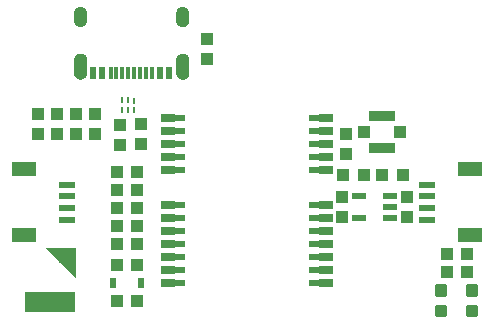
<source format=gtp>
G75*
%MOIN*%
%OFA0B0*%
%FSLAX25Y25*%
%IPPOS*%
%LPD*%
%AMOC8*
5,1,8,0,0,1.08239X$1,22.5*
%
%ADD10R,0.07874X0.04724*%
%ADD11R,0.05315X0.02362*%
%ADD12R,0.04331X0.03937*%
%ADD13C,0.00197*%
%ADD14R,0.16535X0.06693*%
%ADD15R,0.03937X0.04331*%
%ADD16C,0.01181*%
%ADD17R,0.02480X0.03268*%
%ADD18R,0.08661X0.03346*%
%ADD19R,0.04134X0.03937*%
%ADD20R,0.04724X0.02165*%
%ADD21R,0.00984X0.02402*%
%ADD22R,0.00984X0.02205*%
%ADD23R,0.01181X0.03937*%
%ADD24R,0.02362X0.03937*%
%ADD25C,0.00039*%
%ADD26R,0.04724X0.03150*%
%ADD27R,0.03543X0.02362*%
D10*
X0158865Y0127876D03*
X0158865Y0149924D03*
X0307802Y0149924D03*
X0307802Y0127876D03*
D11*
X0293333Y0132994D03*
X0293333Y0136931D03*
X0293333Y0140869D03*
X0293333Y0144806D03*
X0173333Y0144806D03*
X0173333Y0140869D03*
X0173333Y0136931D03*
X0173333Y0132994D03*
D12*
X0189987Y0130900D03*
X0196680Y0130900D03*
X0196680Y0125100D03*
X0189987Y0125100D03*
X0189987Y0117900D03*
X0196680Y0117900D03*
X0196680Y0106100D03*
X0189987Y0106100D03*
X0189987Y0136900D03*
X0196680Y0136900D03*
X0196680Y0142900D03*
X0189987Y0142900D03*
X0189987Y0148900D03*
X0196680Y0148900D03*
X0265487Y0147900D03*
X0272180Y0147900D03*
X0278487Y0147900D03*
X0285180Y0147900D03*
X0299987Y0121600D03*
X0299987Y0115600D03*
X0306680Y0115600D03*
X0306680Y0121600D03*
D13*
X0175885Y0121691D02*
X0168295Y0121691D01*
X0168491Y0121496D02*
X0175885Y0121496D01*
X0175885Y0121301D02*
X0168686Y0121301D01*
X0168882Y0121105D02*
X0175885Y0121105D01*
X0175885Y0120910D02*
X0169077Y0120910D01*
X0169272Y0120715D02*
X0175885Y0120715D01*
X0175885Y0120519D02*
X0169468Y0120519D01*
X0169663Y0120324D02*
X0175885Y0120324D01*
X0175885Y0120129D02*
X0169858Y0120129D01*
X0170054Y0119933D02*
X0175885Y0119933D01*
X0175885Y0119738D02*
X0170249Y0119738D01*
X0170444Y0119542D02*
X0175885Y0119542D01*
X0175885Y0119347D02*
X0170640Y0119347D01*
X0170835Y0119152D02*
X0175885Y0119152D01*
X0175885Y0118956D02*
X0171030Y0118956D01*
X0171226Y0118761D02*
X0175885Y0118761D01*
X0175885Y0118566D02*
X0171421Y0118566D01*
X0171617Y0118370D02*
X0175885Y0118370D01*
X0175885Y0118175D02*
X0171812Y0118175D01*
X0172007Y0117980D02*
X0175885Y0117980D01*
X0175885Y0117784D02*
X0172203Y0117784D01*
X0172398Y0117589D02*
X0175885Y0117589D01*
X0175885Y0117393D02*
X0172593Y0117393D01*
X0172789Y0117198D02*
X0175885Y0117198D01*
X0175885Y0117003D02*
X0172984Y0117003D01*
X0173179Y0116807D02*
X0175885Y0116807D01*
X0175885Y0116612D02*
X0173375Y0116612D01*
X0173570Y0116417D02*
X0175885Y0116417D01*
X0175885Y0116221D02*
X0173766Y0116221D01*
X0173961Y0116026D02*
X0175885Y0116026D01*
X0175885Y0115831D02*
X0174156Y0115831D01*
X0174352Y0115635D02*
X0175885Y0115635D01*
X0175885Y0115440D02*
X0174547Y0115440D01*
X0174742Y0115245D02*
X0175885Y0115245D01*
X0175885Y0115049D02*
X0174938Y0115049D01*
X0175133Y0114854D02*
X0175885Y0114854D01*
X0175885Y0114658D02*
X0175328Y0114658D01*
X0175524Y0114463D02*
X0175885Y0114463D01*
X0175885Y0114268D02*
X0175719Y0114268D01*
X0175885Y0114102D02*
X0166436Y0123551D01*
X0175885Y0123551D01*
X0175885Y0114102D01*
X0175885Y0121887D02*
X0168100Y0121887D01*
X0167905Y0122082D02*
X0175885Y0122082D01*
X0175885Y0122278D02*
X0167709Y0122278D01*
X0167514Y0122473D02*
X0175885Y0122473D01*
X0175885Y0122668D02*
X0167319Y0122668D01*
X0167123Y0122864D02*
X0175885Y0122864D01*
X0175885Y0123059D02*
X0166928Y0123059D01*
X0166733Y0123254D02*
X0175885Y0123254D01*
X0175885Y0123450D02*
X0166537Y0123450D01*
D14*
X0167696Y0105717D03*
D15*
X0190933Y0158054D03*
X0198133Y0158254D03*
X0198133Y0164946D03*
X0190933Y0164746D03*
X0182633Y0161554D03*
X0176333Y0161554D03*
X0169933Y0161554D03*
X0163533Y0161554D03*
X0163533Y0168246D03*
X0169933Y0168246D03*
X0176333Y0168246D03*
X0182633Y0168246D03*
X0220133Y0186654D03*
X0220133Y0193346D03*
X0266333Y0161746D03*
X0266333Y0155054D03*
X0265033Y0140646D03*
X0265033Y0133954D03*
X0286833Y0134054D03*
X0286833Y0140746D03*
D16*
X0296555Y0110831D02*
X0299311Y0110831D01*
X0299311Y0108075D01*
X0296555Y0108075D01*
X0296555Y0110831D01*
X0296555Y0109197D02*
X0299311Y0109197D01*
X0299311Y0110319D02*
X0296555Y0110319D01*
X0296555Y0103925D02*
X0299311Y0103925D01*
X0299311Y0101169D01*
X0296555Y0101169D01*
X0296555Y0103925D01*
X0296555Y0102291D02*
X0299311Y0102291D01*
X0299311Y0103413D02*
X0296555Y0103413D01*
X0307055Y0103925D02*
X0309811Y0103925D01*
X0309811Y0101169D01*
X0307055Y0101169D01*
X0307055Y0103925D01*
X0307055Y0102291D02*
X0309811Y0102291D01*
X0309811Y0103413D02*
X0307055Y0103413D01*
X0307055Y0110831D02*
X0309811Y0110831D01*
X0309811Y0108075D01*
X0307055Y0108075D01*
X0307055Y0110831D01*
X0307055Y0109197D02*
X0309811Y0109197D01*
X0309811Y0110319D02*
X0307055Y0110319D01*
D17*
X0197861Y0111900D03*
X0188806Y0111900D03*
D18*
X0278333Y0156987D03*
X0278333Y0167813D03*
D19*
X0272329Y0162400D03*
X0284337Y0162400D03*
D20*
X0280952Y0141140D03*
X0280952Y0137400D03*
X0280952Y0133660D03*
X0270715Y0133660D03*
X0270715Y0141140D03*
D21*
X0195702Y0172794D03*
D22*
X0193733Y0172893D03*
X0191765Y0172893D03*
X0191765Y0169507D03*
X0193733Y0169507D03*
X0195702Y0169507D03*
D23*
X0195718Y0182039D03*
X0197686Y0182039D03*
X0199655Y0182039D03*
X0201623Y0182039D03*
X0193749Y0182039D03*
X0191781Y0182039D03*
X0189812Y0182039D03*
X0187844Y0182039D03*
D24*
X0185088Y0182039D03*
X0182036Y0182039D03*
X0204379Y0182039D03*
X0207430Y0182039D03*
D25*
X0209773Y0182053D02*
X0213710Y0182053D01*
X0213710Y0182091D02*
X0209773Y0182091D01*
X0209773Y0182129D02*
X0213710Y0182129D01*
X0213710Y0182166D02*
X0209773Y0182166D01*
X0209773Y0182204D02*
X0213710Y0182204D01*
X0213710Y0182242D02*
X0209773Y0182242D01*
X0209773Y0182280D02*
X0213710Y0182280D01*
X0213710Y0182318D02*
X0209773Y0182318D01*
X0209773Y0182356D02*
X0213710Y0182356D01*
X0213710Y0182394D02*
X0209773Y0182394D01*
X0209773Y0182432D02*
X0213710Y0182432D01*
X0213710Y0182470D02*
X0209773Y0182470D01*
X0209773Y0182507D02*
X0213710Y0182507D01*
X0213710Y0182545D02*
X0209773Y0182545D01*
X0209773Y0182583D02*
X0213710Y0182583D01*
X0213710Y0182621D02*
X0209773Y0182621D01*
X0209773Y0182659D02*
X0213710Y0182659D01*
X0213710Y0182697D02*
X0209773Y0182697D01*
X0209773Y0182735D02*
X0213710Y0182735D01*
X0213710Y0182773D02*
X0209773Y0182773D01*
X0209773Y0182810D02*
X0213710Y0182810D01*
X0213710Y0182848D02*
X0209773Y0182848D01*
X0209773Y0182886D02*
X0213710Y0182886D01*
X0213710Y0182924D02*
X0209773Y0182924D01*
X0209773Y0182962D02*
X0213710Y0182962D01*
X0213710Y0183000D02*
X0209773Y0183000D01*
X0209773Y0183038D02*
X0213710Y0183038D01*
X0213710Y0183076D02*
X0209773Y0183076D01*
X0209773Y0183114D02*
X0213710Y0183114D01*
X0213710Y0183151D02*
X0209773Y0183151D01*
X0209773Y0183189D02*
X0213710Y0183189D01*
X0213710Y0183227D02*
X0209773Y0183227D01*
X0209773Y0183265D02*
X0213710Y0183265D01*
X0213710Y0183303D02*
X0209773Y0183303D01*
X0209773Y0183341D02*
X0213710Y0183341D01*
X0213710Y0183379D02*
X0209773Y0183379D01*
X0209773Y0183417D02*
X0213710Y0183417D01*
X0213710Y0183454D02*
X0209773Y0183454D01*
X0209773Y0183492D02*
X0213710Y0183492D01*
X0213710Y0183530D02*
X0209773Y0183530D01*
X0209773Y0183568D02*
X0213710Y0183568D01*
X0213710Y0183606D02*
X0209773Y0183606D01*
X0209773Y0183644D02*
X0213710Y0183644D01*
X0213710Y0183682D02*
X0209773Y0183682D01*
X0209773Y0183720D02*
X0213710Y0183720D01*
X0213710Y0183757D02*
X0209773Y0183757D01*
X0209773Y0183795D02*
X0213710Y0183795D01*
X0213710Y0183833D02*
X0209773Y0183833D01*
X0209773Y0183871D02*
X0213710Y0183871D01*
X0213710Y0183909D02*
X0209773Y0183909D01*
X0209773Y0183947D02*
X0213710Y0183947D01*
X0213710Y0183985D02*
X0209773Y0183985D01*
X0209773Y0184023D02*
X0213710Y0184023D01*
X0213710Y0184061D02*
X0209773Y0184061D01*
X0209773Y0184098D02*
X0213710Y0184098D01*
X0213710Y0184136D02*
X0209773Y0184136D01*
X0209773Y0184174D02*
X0213710Y0184174D01*
X0213710Y0184212D02*
X0209773Y0184212D01*
X0209773Y0184250D02*
X0213710Y0184250D01*
X0213710Y0184288D02*
X0209773Y0184288D01*
X0209773Y0184326D02*
X0213710Y0184326D01*
X0213710Y0184364D02*
X0209773Y0184364D01*
X0209773Y0184401D02*
X0213710Y0184401D01*
X0213710Y0184439D02*
X0209773Y0184439D01*
X0209773Y0184477D02*
X0213710Y0184477D01*
X0213710Y0184515D02*
X0209773Y0184515D01*
X0209773Y0184553D02*
X0213710Y0184553D01*
X0213710Y0184591D02*
X0209773Y0184591D01*
X0209773Y0184629D02*
X0213710Y0184629D01*
X0213710Y0184667D02*
X0209773Y0184667D01*
X0209773Y0184705D02*
X0213710Y0184705D01*
X0213710Y0184742D02*
X0209773Y0184742D01*
X0209773Y0184780D02*
X0213710Y0184780D01*
X0213710Y0184818D02*
X0209773Y0184818D01*
X0209773Y0184856D02*
X0213710Y0184856D01*
X0213710Y0184894D02*
X0209773Y0184894D01*
X0209773Y0184932D02*
X0213710Y0184932D01*
X0213710Y0184970D02*
X0209773Y0184970D01*
X0209773Y0185008D02*
X0213710Y0185008D01*
X0213710Y0185045D02*
X0209773Y0185045D01*
X0209773Y0185083D02*
X0213710Y0185083D01*
X0213710Y0185121D02*
X0209773Y0185121D01*
X0209773Y0185159D02*
X0213710Y0185159D01*
X0213710Y0185197D02*
X0209773Y0185197D01*
X0209773Y0185235D02*
X0213710Y0185235D01*
X0213710Y0185273D02*
X0209773Y0185273D01*
X0209773Y0185311D02*
X0213710Y0185311D01*
X0213710Y0185349D02*
X0209773Y0185349D01*
X0209773Y0185386D02*
X0213710Y0185386D01*
X0213710Y0185424D02*
X0209773Y0185424D01*
X0209773Y0185462D02*
X0213710Y0185462D01*
X0213710Y0185500D02*
X0209773Y0185500D01*
X0209773Y0185538D02*
X0213710Y0185538D01*
X0213710Y0185576D02*
X0209773Y0185576D01*
X0209773Y0185614D02*
X0213710Y0185614D01*
X0213710Y0185652D02*
X0209773Y0185652D01*
X0209773Y0185689D02*
X0213710Y0185689D01*
X0213710Y0185727D02*
X0209773Y0185727D01*
X0209773Y0185765D02*
X0213710Y0185765D01*
X0213710Y0185803D02*
X0209773Y0185803D01*
X0209773Y0185841D02*
X0213710Y0185841D01*
X0213710Y0185879D02*
X0209773Y0185879D01*
X0209773Y0185917D02*
X0213710Y0185917D01*
X0213710Y0185955D02*
X0209773Y0185955D01*
X0209773Y0185992D02*
X0213710Y0185992D01*
X0213710Y0186030D02*
X0209773Y0186030D01*
X0209773Y0186068D02*
X0213710Y0186068D01*
X0213710Y0186106D02*
X0209773Y0186106D01*
X0209773Y0186144D02*
X0213710Y0186144D01*
X0213710Y0186182D02*
X0209773Y0186182D01*
X0209773Y0186220D02*
X0213710Y0186220D01*
X0213710Y0186258D02*
X0209773Y0186258D01*
X0209773Y0186296D02*
X0213710Y0186296D01*
X0213710Y0186333D02*
X0209773Y0186333D01*
X0209773Y0186371D02*
X0213710Y0186371D01*
X0213710Y0186409D02*
X0209773Y0186409D01*
X0209773Y0186447D02*
X0213710Y0186447D01*
X0213710Y0186485D02*
X0209773Y0186485D01*
X0209773Y0186523D02*
X0213710Y0186523D01*
X0213710Y0186561D02*
X0209773Y0186561D01*
X0209773Y0186599D02*
X0213710Y0186599D01*
X0213710Y0186636D02*
X0209773Y0186636D01*
X0209773Y0186674D02*
X0213710Y0186674D01*
X0213710Y0186684D02*
X0213648Y0187077D01*
X0213500Y0187445D01*
X0213274Y0187772D01*
X0212981Y0188040D01*
X0212636Y0188236D01*
X0212256Y0188350D01*
X0211859Y0188377D01*
X0211434Y0188374D01*
X0211020Y0188275D01*
X0210638Y0188088D01*
X0210308Y0187820D01*
X0210045Y0187485D01*
X0209864Y0187100D01*
X0209773Y0186684D01*
X0209773Y0181960D01*
X0209848Y0181525D01*
X0210019Y0181117D01*
X0210276Y0180758D01*
X0210606Y0180465D01*
X0210994Y0180253D01*
X0211418Y0180133D01*
X0211859Y0180109D01*
X0212271Y0180156D01*
X0212662Y0180293D01*
X0213013Y0180513D01*
X0213306Y0180806D01*
X0213526Y0181157D01*
X0213663Y0181548D01*
X0213710Y0181960D01*
X0213710Y0186684D01*
X0213705Y0186712D02*
X0209779Y0186712D01*
X0209787Y0186750D02*
X0213699Y0186750D01*
X0213693Y0186788D02*
X0209795Y0186788D01*
X0209804Y0186826D02*
X0213687Y0186826D01*
X0213681Y0186864D02*
X0209812Y0186864D01*
X0209820Y0186902D02*
X0213675Y0186902D01*
X0213669Y0186940D02*
X0209829Y0186940D01*
X0209837Y0186977D02*
X0213663Y0186977D01*
X0213657Y0187015D02*
X0209845Y0187015D01*
X0209854Y0187053D02*
X0213651Y0187053D01*
X0213642Y0187091D02*
X0209862Y0187091D01*
X0209878Y0187129D02*
X0213627Y0187129D01*
X0213612Y0187167D02*
X0209895Y0187167D01*
X0209913Y0187205D02*
X0213596Y0187205D01*
X0213581Y0187243D02*
X0209931Y0187243D01*
X0209949Y0187280D02*
X0213566Y0187280D01*
X0213551Y0187318D02*
X0209967Y0187318D01*
X0209985Y0187356D02*
X0213536Y0187356D01*
X0213521Y0187394D02*
X0210003Y0187394D01*
X0210020Y0187432D02*
X0213505Y0187432D01*
X0213483Y0187470D02*
X0210038Y0187470D01*
X0210063Y0187508D02*
X0213457Y0187508D01*
X0213431Y0187546D02*
X0210093Y0187546D01*
X0210123Y0187584D02*
X0213404Y0187584D01*
X0213378Y0187621D02*
X0210152Y0187621D01*
X0210182Y0187659D02*
X0213352Y0187659D01*
X0213326Y0187697D02*
X0210212Y0187697D01*
X0210241Y0187735D02*
X0213299Y0187735D01*
X0213273Y0187773D02*
X0210271Y0187773D01*
X0210301Y0187811D02*
X0213231Y0187811D01*
X0213190Y0187849D02*
X0210344Y0187849D01*
X0210390Y0187887D02*
X0213149Y0187887D01*
X0213107Y0187924D02*
X0210437Y0187924D01*
X0210484Y0187962D02*
X0213066Y0187962D01*
X0213024Y0188000D02*
X0210530Y0188000D01*
X0210577Y0188038D02*
X0212983Y0188038D01*
X0212917Y0188076D02*
X0210624Y0188076D01*
X0210691Y0188114D02*
X0212851Y0188114D01*
X0212784Y0188152D02*
X0210768Y0188152D01*
X0210845Y0188190D02*
X0212717Y0188190D01*
X0212651Y0188227D02*
X0210922Y0188227D01*
X0210999Y0188265D02*
X0212538Y0188265D01*
X0212412Y0188303D02*
X0211137Y0188303D01*
X0211297Y0188341D02*
X0212286Y0188341D01*
X0213710Y0182015D02*
X0209773Y0182015D01*
X0209773Y0181977D02*
X0213710Y0181977D01*
X0213707Y0181939D02*
X0209776Y0181939D01*
X0209783Y0181901D02*
X0213703Y0181901D01*
X0213699Y0181863D02*
X0209789Y0181863D01*
X0209796Y0181826D02*
X0213695Y0181826D01*
X0213690Y0181788D02*
X0209803Y0181788D01*
X0209809Y0181750D02*
X0213686Y0181750D01*
X0213682Y0181712D02*
X0209816Y0181712D01*
X0209822Y0181674D02*
X0213678Y0181674D01*
X0213673Y0181636D02*
X0209829Y0181636D01*
X0209836Y0181598D02*
X0213669Y0181598D01*
X0213665Y0181560D02*
X0209842Y0181560D01*
X0209849Y0181522D02*
X0213654Y0181522D01*
X0213641Y0181485D02*
X0209865Y0181485D01*
X0209881Y0181447D02*
X0213628Y0181447D01*
X0213615Y0181409D02*
X0209897Y0181409D01*
X0209913Y0181371D02*
X0213601Y0181371D01*
X0213588Y0181333D02*
X0209929Y0181333D01*
X0209944Y0181295D02*
X0213575Y0181295D01*
X0213562Y0181257D02*
X0209960Y0181257D01*
X0209976Y0181219D02*
X0213548Y0181219D01*
X0213535Y0181182D02*
X0209992Y0181182D01*
X0210008Y0181144D02*
X0213518Y0181144D01*
X0213494Y0181106D02*
X0210027Y0181106D01*
X0210054Y0181068D02*
X0213470Y0181068D01*
X0213447Y0181030D02*
X0210081Y0181030D01*
X0210109Y0180992D02*
X0213423Y0180992D01*
X0213399Y0180954D02*
X0210136Y0180954D01*
X0210163Y0180916D02*
X0213375Y0180916D01*
X0213351Y0180879D02*
X0210190Y0180879D01*
X0210217Y0180841D02*
X0213328Y0180841D01*
X0213303Y0180803D02*
X0210244Y0180803D01*
X0210271Y0180765D02*
X0213265Y0180765D01*
X0213227Y0180727D02*
X0210311Y0180727D01*
X0210354Y0180689D02*
X0213189Y0180689D01*
X0213151Y0180651D02*
X0210397Y0180651D01*
X0210439Y0180613D02*
X0213113Y0180613D01*
X0213075Y0180575D02*
X0210482Y0180575D01*
X0210525Y0180538D02*
X0213037Y0180538D01*
X0212992Y0180500D02*
X0210567Y0180500D01*
X0210613Y0180462D02*
X0212931Y0180462D01*
X0212871Y0180424D02*
X0210682Y0180424D01*
X0210751Y0180386D02*
X0212811Y0180386D01*
X0212750Y0180348D02*
X0210820Y0180348D01*
X0210889Y0180310D02*
X0212690Y0180310D01*
X0212604Y0180272D02*
X0210958Y0180272D01*
X0211059Y0180235D02*
X0212496Y0180235D01*
X0212388Y0180197D02*
X0211193Y0180197D01*
X0211326Y0180159D02*
X0212279Y0180159D01*
X0211961Y0180121D02*
X0211641Y0180121D01*
X0211662Y0197629D02*
X0211234Y0197686D01*
X0210829Y0197837D01*
X0210468Y0198075D01*
X0210169Y0198386D01*
X0209947Y0198757D01*
X0209812Y0199167D01*
X0209773Y0199598D01*
X0209773Y0201960D01*
X0209812Y0202390D01*
X0209947Y0202801D01*
X0210169Y0203171D01*
X0210468Y0203483D01*
X0210829Y0203720D01*
X0211234Y0203871D01*
X0211662Y0203928D01*
X0212110Y0203887D01*
X0212538Y0203747D01*
X0212923Y0203515D01*
X0213247Y0203203D01*
X0213494Y0202827D01*
X0213651Y0202406D01*
X0213710Y0201960D01*
X0213710Y0199598D01*
X0213651Y0199152D01*
X0213494Y0198730D01*
X0213247Y0198354D01*
X0212923Y0198043D01*
X0212538Y0197811D01*
X0212110Y0197671D01*
X0211662Y0197629D01*
X0211431Y0197660D02*
X0211994Y0197660D01*
X0212193Y0197698D02*
X0211203Y0197698D01*
X0211102Y0197736D02*
X0212308Y0197736D01*
X0212424Y0197774D02*
X0211000Y0197774D01*
X0210898Y0197811D02*
X0212539Y0197811D01*
X0212602Y0197849D02*
X0210811Y0197849D01*
X0210753Y0197887D02*
X0212665Y0197887D01*
X0212728Y0197925D02*
X0210696Y0197925D01*
X0210638Y0197963D02*
X0212791Y0197963D01*
X0212854Y0198001D02*
X0210580Y0198001D01*
X0210523Y0198039D02*
X0212917Y0198039D01*
X0212958Y0198077D02*
X0210466Y0198077D01*
X0210430Y0198115D02*
X0212998Y0198115D01*
X0213037Y0198152D02*
X0210394Y0198152D01*
X0210357Y0198190D02*
X0213077Y0198190D01*
X0213116Y0198228D02*
X0210321Y0198228D01*
X0210284Y0198266D02*
X0213155Y0198266D01*
X0213195Y0198304D02*
X0210248Y0198304D01*
X0210212Y0198342D02*
X0213234Y0198342D01*
X0213264Y0198380D02*
X0210175Y0198380D01*
X0210150Y0198418D02*
X0213289Y0198418D01*
X0213313Y0198455D02*
X0210127Y0198455D01*
X0210105Y0198493D02*
X0213338Y0198493D01*
X0213363Y0198531D02*
X0210082Y0198531D01*
X0210059Y0198569D02*
X0213388Y0198569D01*
X0213413Y0198607D02*
X0210037Y0198607D01*
X0210014Y0198645D02*
X0213438Y0198645D01*
X0213463Y0198683D02*
X0209991Y0198683D01*
X0209968Y0198721D02*
X0213487Y0198721D01*
X0213504Y0198759D02*
X0209946Y0198759D01*
X0209934Y0198796D02*
X0213518Y0198796D01*
X0213532Y0198834D02*
X0209921Y0198834D01*
X0209909Y0198872D02*
X0213547Y0198872D01*
X0213561Y0198910D02*
X0209897Y0198910D01*
X0209884Y0198948D02*
X0213575Y0198948D01*
X0213589Y0198986D02*
X0209872Y0198986D01*
X0209859Y0199024D02*
X0213603Y0199024D01*
X0213617Y0199062D02*
X0209847Y0199062D01*
X0209835Y0199099D02*
X0213631Y0199099D01*
X0213645Y0199137D02*
X0209822Y0199137D01*
X0209812Y0199175D02*
X0213654Y0199175D01*
X0213659Y0199213D02*
X0209808Y0199213D01*
X0209805Y0199251D02*
X0213664Y0199251D01*
X0213669Y0199289D02*
X0209801Y0199289D01*
X0209798Y0199327D02*
X0213674Y0199327D01*
X0213679Y0199365D02*
X0209794Y0199365D01*
X0209791Y0199403D02*
X0213684Y0199403D01*
X0213689Y0199440D02*
X0209787Y0199440D01*
X0209784Y0199478D02*
X0213694Y0199478D01*
X0213699Y0199516D02*
X0209780Y0199516D01*
X0209777Y0199554D02*
X0213704Y0199554D01*
X0213709Y0199592D02*
X0209773Y0199592D01*
X0209773Y0199630D02*
X0213710Y0199630D01*
X0213710Y0199668D02*
X0209773Y0199668D01*
X0209773Y0199706D02*
X0213710Y0199706D01*
X0213710Y0199743D02*
X0209773Y0199743D01*
X0209773Y0199781D02*
X0213710Y0199781D01*
X0213710Y0199819D02*
X0209773Y0199819D01*
X0209773Y0199857D02*
X0213710Y0199857D01*
X0213710Y0199895D02*
X0209773Y0199895D01*
X0209773Y0199933D02*
X0213710Y0199933D01*
X0213710Y0199971D02*
X0209773Y0199971D01*
X0209773Y0200009D02*
X0213710Y0200009D01*
X0213710Y0200046D02*
X0209773Y0200046D01*
X0209773Y0200084D02*
X0213710Y0200084D01*
X0213710Y0200122D02*
X0209773Y0200122D01*
X0209773Y0200160D02*
X0213710Y0200160D01*
X0213710Y0200198D02*
X0209773Y0200198D01*
X0209773Y0200236D02*
X0213710Y0200236D01*
X0213710Y0200274D02*
X0209773Y0200274D01*
X0209773Y0200312D02*
X0213710Y0200312D01*
X0213710Y0200350D02*
X0209773Y0200350D01*
X0209773Y0200387D02*
X0213710Y0200387D01*
X0213710Y0200425D02*
X0209773Y0200425D01*
X0209773Y0200463D02*
X0213710Y0200463D01*
X0213710Y0200501D02*
X0209773Y0200501D01*
X0209773Y0200539D02*
X0213710Y0200539D01*
X0213710Y0200577D02*
X0209773Y0200577D01*
X0209773Y0200615D02*
X0213710Y0200615D01*
X0213710Y0200653D02*
X0209773Y0200653D01*
X0209773Y0200690D02*
X0213710Y0200690D01*
X0213710Y0200728D02*
X0209773Y0200728D01*
X0209773Y0200766D02*
X0213710Y0200766D01*
X0213710Y0200804D02*
X0209773Y0200804D01*
X0209773Y0200842D02*
X0213710Y0200842D01*
X0213710Y0200880D02*
X0209773Y0200880D01*
X0209773Y0200918D02*
X0213710Y0200918D01*
X0213710Y0200956D02*
X0209773Y0200956D01*
X0209773Y0200994D02*
X0213710Y0200994D01*
X0213710Y0201031D02*
X0209773Y0201031D01*
X0209773Y0201069D02*
X0213710Y0201069D01*
X0213710Y0201107D02*
X0209773Y0201107D01*
X0209773Y0201145D02*
X0213710Y0201145D01*
X0213710Y0201183D02*
X0209773Y0201183D01*
X0209773Y0201221D02*
X0213710Y0201221D01*
X0213710Y0201259D02*
X0209773Y0201259D01*
X0209773Y0201297D02*
X0213710Y0201297D01*
X0213710Y0201334D02*
X0209773Y0201334D01*
X0209773Y0201372D02*
X0213710Y0201372D01*
X0213710Y0201410D02*
X0209773Y0201410D01*
X0209773Y0201448D02*
X0213710Y0201448D01*
X0213710Y0201486D02*
X0209773Y0201486D01*
X0209773Y0201524D02*
X0213710Y0201524D01*
X0213710Y0201562D02*
X0209773Y0201562D01*
X0209773Y0201600D02*
X0213710Y0201600D01*
X0213710Y0201638D02*
X0209773Y0201638D01*
X0209773Y0201675D02*
X0213710Y0201675D01*
X0213710Y0201713D02*
X0209773Y0201713D01*
X0209773Y0201751D02*
X0213710Y0201751D01*
X0213710Y0201789D02*
X0209773Y0201789D01*
X0209773Y0201827D02*
X0213710Y0201827D01*
X0213710Y0201865D02*
X0209773Y0201865D01*
X0209773Y0201903D02*
X0213710Y0201903D01*
X0213710Y0201941D02*
X0209773Y0201941D01*
X0209774Y0201978D02*
X0213707Y0201978D01*
X0213702Y0202016D02*
X0209778Y0202016D01*
X0209781Y0202054D02*
X0213697Y0202054D01*
X0213692Y0202092D02*
X0209785Y0202092D01*
X0209788Y0202130D02*
X0213687Y0202130D01*
X0213682Y0202168D02*
X0209792Y0202168D01*
X0209795Y0202206D02*
X0213677Y0202206D01*
X0213672Y0202244D02*
X0209799Y0202244D01*
X0209802Y0202281D02*
X0213667Y0202281D01*
X0213662Y0202319D02*
X0209806Y0202319D01*
X0209809Y0202357D02*
X0213657Y0202357D01*
X0213652Y0202395D02*
X0209814Y0202395D01*
X0209826Y0202433D02*
X0213640Y0202433D01*
X0213626Y0202471D02*
X0209839Y0202471D01*
X0209851Y0202509D02*
X0213612Y0202509D01*
X0213598Y0202547D02*
X0209864Y0202547D01*
X0209876Y0202585D02*
X0213584Y0202585D01*
X0213570Y0202622D02*
X0209888Y0202622D01*
X0209901Y0202660D02*
X0213556Y0202660D01*
X0213542Y0202698D02*
X0209913Y0202698D01*
X0209925Y0202736D02*
X0213528Y0202736D01*
X0213514Y0202774D02*
X0209938Y0202774D01*
X0209953Y0202812D02*
X0213499Y0202812D01*
X0213479Y0202850D02*
X0209976Y0202850D01*
X0209999Y0202888D02*
X0213454Y0202888D01*
X0213429Y0202925D02*
X0210022Y0202925D01*
X0210044Y0202963D02*
X0213404Y0202963D01*
X0213380Y0203001D02*
X0210067Y0203001D01*
X0210090Y0203039D02*
X0213355Y0203039D01*
X0213330Y0203077D02*
X0210112Y0203077D01*
X0210135Y0203115D02*
X0213305Y0203115D01*
X0213280Y0203153D02*
X0210158Y0203153D01*
X0210188Y0203191D02*
X0213255Y0203191D01*
X0213221Y0203229D02*
X0210224Y0203229D01*
X0210260Y0203266D02*
X0213181Y0203266D01*
X0213142Y0203304D02*
X0210297Y0203304D01*
X0210333Y0203342D02*
X0213103Y0203342D01*
X0213063Y0203380D02*
X0210370Y0203380D01*
X0210406Y0203418D02*
X0213024Y0203418D01*
X0212984Y0203456D02*
X0210442Y0203456D01*
X0210485Y0203494D02*
X0212945Y0203494D01*
X0212895Y0203532D02*
X0210542Y0203532D01*
X0210600Y0203569D02*
X0212832Y0203569D01*
X0212769Y0203607D02*
X0210658Y0203607D01*
X0210715Y0203645D02*
X0212706Y0203645D01*
X0212643Y0203683D02*
X0210773Y0203683D01*
X0210831Y0203721D02*
X0212580Y0203721D01*
X0212500Y0203759D02*
X0210933Y0203759D01*
X0211035Y0203797D02*
X0212385Y0203797D01*
X0212269Y0203835D02*
X0211136Y0203835D01*
X0211244Y0203873D02*
X0212154Y0203873D01*
X0211856Y0203910D02*
X0211528Y0203910D01*
X0179694Y0202157D02*
X0179694Y0199794D01*
X0179674Y0199340D01*
X0179553Y0198901D01*
X0179338Y0198500D01*
X0179038Y0198157D01*
X0178670Y0197890D01*
X0178252Y0197711D01*
X0177804Y0197629D01*
X0177356Y0197671D01*
X0176929Y0197811D01*
X0176544Y0198043D01*
X0176220Y0198354D01*
X0175973Y0198730D01*
X0175816Y0199152D01*
X0175757Y0199598D01*
X0175757Y0201960D01*
X0175792Y0202386D01*
X0175920Y0202794D01*
X0176137Y0203163D01*
X0176430Y0203475D01*
X0176785Y0203714D01*
X0177184Y0203867D01*
X0177607Y0203928D01*
X0178041Y0203915D01*
X0178460Y0203806D01*
X0178845Y0203606D01*
X0179175Y0203325D01*
X0179435Y0202978D01*
X0179611Y0202582D01*
X0179694Y0202157D01*
X0179692Y0202168D02*
X0175774Y0202168D01*
X0175777Y0202206D02*
X0179684Y0202206D01*
X0179677Y0202244D02*
X0175780Y0202244D01*
X0175783Y0202281D02*
X0179669Y0202281D01*
X0179662Y0202319D02*
X0175786Y0202319D01*
X0175789Y0202357D02*
X0179655Y0202357D01*
X0179647Y0202395D02*
X0175794Y0202395D01*
X0175806Y0202433D02*
X0179640Y0202433D01*
X0179632Y0202471D02*
X0175818Y0202471D01*
X0175830Y0202509D02*
X0179625Y0202509D01*
X0179617Y0202547D02*
X0175842Y0202547D01*
X0175854Y0202585D02*
X0179609Y0202585D01*
X0179593Y0202622D02*
X0175866Y0202622D01*
X0175878Y0202660D02*
X0179576Y0202660D01*
X0179559Y0202698D02*
X0175890Y0202698D01*
X0175902Y0202736D02*
X0179542Y0202736D01*
X0179525Y0202774D02*
X0175914Y0202774D01*
X0175931Y0202812D02*
X0179508Y0202812D01*
X0179492Y0202850D02*
X0175953Y0202850D01*
X0175975Y0202888D02*
X0179475Y0202888D01*
X0179458Y0202925D02*
X0175997Y0202925D01*
X0176020Y0202963D02*
X0179441Y0202963D01*
X0179417Y0203001D02*
X0176042Y0203001D01*
X0176064Y0203039D02*
X0179389Y0203039D01*
X0179361Y0203077D02*
X0176086Y0203077D01*
X0176108Y0203115D02*
X0179332Y0203115D01*
X0179304Y0203153D02*
X0176131Y0203153D01*
X0176162Y0203191D02*
X0179276Y0203191D01*
X0179247Y0203229D02*
X0176198Y0203229D01*
X0176234Y0203266D02*
X0179219Y0203266D01*
X0179190Y0203304D02*
X0176269Y0203304D01*
X0176305Y0203342D02*
X0179155Y0203342D01*
X0179110Y0203380D02*
X0176341Y0203380D01*
X0176376Y0203418D02*
X0179066Y0203418D01*
X0179021Y0203456D02*
X0176412Y0203456D01*
X0176458Y0203494D02*
X0178976Y0203494D01*
X0178932Y0203532D02*
X0176514Y0203532D01*
X0176570Y0203569D02*
X0178887Y0203569D01*
X0178841Y0203607D02*
X0176627Y0203607D01*
X0176683Y0203645D02*
X0178768Y0203645D01*
X0178696Y0203683D02*
X0176739Y0203683D01*
X0176804Y0203721D02*
X0178623Y0203721D01*
X0178550Y0203759D02*
X0176902Y0203759D01*
X0177001Y0203797D02*
X0178477Y0203797D01*
X0178349Y0203835D02*
X0177099Y0203835D01*
X0177220Y0203873D02*
X0178204Y0203873D01*
X0178058Y0203910D02*
X0177483Y0203910D01*
X0175771Y0202130D02*
X0179694Y0202130D01*
X0179694Y0202092D02*
X0175768Y0202092D01*
X0175765Y0202054D02*
X0179694Y0202054D01*
X0179694Y0202016D02*
X0175762Y0202016D01*
X0175758Y0201978D02*
X0179694Y0201978D01*
X0179694Y0201941D02*
X0175757Y0201941D01*
X0175757Y0201903D02*
X0179694Y0201903D01*
X0179694Y0201865D02*
X0175757Y0201865D01*
X0175757Y0201827D02*
X0179694Y0201827D01*
X0179694Y0201789D02*
X0175757Y0201789D01*
X0175757Y0201751D02*
X0179694Y0201751D01*
X0179694Y0201713D02*
X0175757Y0201713D01*
X0175757Y0201675D02*
X0179694Y0201675D01*
X0179694Y0201638D02*
X0175757Y0201638D01*
X0175757Y0201600D02*
X0179694Y0201600D01*
X0179694Y0201562D02*
X0175757Y0201562D01*
X0175757Y0201524D02*
X0179694Y0201524D01*
X0179694Y0201486D02*
X0175757Y0201486D01*
X0175757Y0201448D02*
X0179694Y0201448D01*
X0179694Y0201410D02*
X0175757Y0201410D01*
X0175757Y0201372D02*
X0179694Y0201372D01*
X0179694Y0201334D02*
X0175757Y0201334D01*
X0175757Y0201297D02*
X0179694Y0201297D01*
X0179694Y0201259D02*
X0175757Y0201259D01*
X0175757Y0201221D02*
X0179694Y0201221D01*
X0179694Y0201183D02*
X0175757Y0201183D01*
X0175757Y0201145D02*
X0179694Y0201145D01*
X0179694Y0201107D02*
X0175757Y0201107D01*
X0175757Y0201069D02*
X0179694Y0201069D01*
X0179694Y0201031D02*
X0175757Y0201031D01*
X0175757Y0200994D02*
X0179694Y0200994D01*
X0179694Y0200956D02*
X0175757Y0200956D01*
X0175757Y0200918D02*
X0179694Y0200918D01*
X0179694Y0200880D02*
X0175757Y0200880D01*
X0175757Y0200842D02*
X0179694Y0200842D01*
X0179694Y0200804D02*
X0175757Y0200804D01*
X0175757Y0200766D02*
X0179694Y0200766D01*
X0179694Y0200728D02*
X0175757Y0200728D01*
X0175757Y0200690D02*
X0179694Y0200690D01*
X0179694Y0200653D02*
X0175757Y0200653D01*
X0175757Y0200615D02*
X0179694Y0200615D01*
X0179694Y0200577D02*
X0175757Y0200577D01*
X0175757Y0200539D02*
X0179694Y0200539D01*
X0179694Y0200501D02*
X0175757Y0200501D01*
X0175757Y0200463D02*
X0179694Y0200463D01*
X0179694Y0200425D02*
X0175757Y0200425D01*
X0175757Y0200387D02*
X0179694Y0200387D01*
X0179694Y0200350D02*
X0175757Y0200350D01*
X0175757Y0200312D02*
X0179694Y0200312D01*
X0179694Y0200274D02*
X0175757Y0200274D01*
X0175757Y0200236D02*
X0179694Y0200236D01*
X0179694Y0200198D02*
X0175757Y0200198D01*
X0175757Y0200160D02*
X0179694Y0200160D01*
X0179694Y0200122D02*
X0175757Y0200122D01*
X0175757Y0200084D02*
X0179694Y0200084D01*
X0179694Y0200046D02*
X0175757Y0200046D01*
X0175757Y0200009D02*
X0179694Y0200009D01*
X0179694Y0199971D02*
X0175757Y0199971D01*
X0175757Y0199933D02*
X0179694Y0199933D01*
X0179694Y0199895D02*
X0175757Y0199895D01*
X0175757Y0199857D02*
X0179694Y0199857D01*
X0179694Y0199819D02*
X0175757Y0199819D01*
X0175757Y0199781D02*
X0179693Y0199781D01*
X0179692Y0199743D02*
X0175757Y0199743D01*
X0175757Y0199706D02*
X0179690Y0199706D01*
X0179688Y0199668D02*
X0175757Y0199668D01*
X0175757Y0199630D02*
X0179687Y0199630D01*
X0179685Y0199592D02*
X0175758Y0199592D01*
X0175763Y0199554D02*
X0179683Y0199554D01*
X0179682Y0199516D02*
X0175768Y0199516D01*
X0175773Y0199478D02*
X0179680Y0199478D01*
X0179678Y0199440D02*
X0175778Y0199440D01*
X0175783Y0199403D02*
X0179677Y0199403D01*
X0179675Y0199365D02*
X0175788Y0199365D01*
X0175793Y0199327D02*
X0179670Y0199327D01*
X0179660Y0199289D02*
X0175798Y0199289D01*
X0175803Y0199251D02*
X0179649Y0199251D01*
X0179639Y0199213D02*
X0175808Y0199213D01*
X0175813Y0199175D02*
X0179628Y0199175D01*
X0179618Y0199137D02*
X0175821Y0199137D01*
X0175836Y0199099D02*
X0179608Y0199099D01*
X0179597Y0199062D02*
X0175850Y0199062D01*
X0175864Y0199024D02*
X0179587Y0199024D01*
X0179576Y0198986D02*
X0175878Y0198986D01*
X0175892Y0198948D02*
X0179566Y0198948D01*
X0179555Y0198910D02*
X0175906Y0198910D01*
X0175920Y0198872D02*
X0179537Y0198872D01*
X0179517Y0198834D02*
X0175934Y0198834D01*
X0175948Y0198796D02*
X0179497Y0198796D01*
X0179476Y0198759D02*
X0175962Y0198759D01*
X0175979Y0198721D02*
X0179456Y0198721D01*
X0179436Y0198683D02*
X0176004Y0198683D01*
X0176029Y0198645D02*
X0179415Y0198645D01*
X0179395Y0198607D02*
X0176054Y0198607D01*
X0176079Y0198569D02*
X0179375Y0198569D01*
X0179354Y0198531D02*
X0176104Y0198531D01*
X0176128Y0198493D02*
X0179332Y0198493D01*
X0179298Y0198455D02*
X0176153Y0198455D01*
X0176178Y0198418D02*
X0179265Y0198418D01*
X0179232Y0198380D02*
X0176203Y0198380D01*
X0176233Y0198342D02*
X0179199Y0198342D01*
X0179166Y0198304D02*
X0176272Y0198304D01*
X0176311Y0198266D02*
X0179133Y0198266D01*
X0179100Y0198228D02*
X0176351Y0198228D01*
X0176390Y0198190D02*
X0179067Y0198190D01*
X0179031Y0198152D02*
X0176430Y0198152D01*
X0176469Y0198115D02*
X0178979Y0198115D01*
X0178927Y0198077D02*
X0176508Y0198077D01*
X0176550Y0198039D02*
X0178875Y0198039D01*
X0178823Y0198001D02*
X0176613Y0198001D01*
X0176676Y0197963D02*
X0178771Y0197963D01*
X0178719Y0197925D02*
X0176739Y0197925D01*
X0176802Y0197887D02*
X0178665Y0197887D01*
X0178576Y0197849D02*
X0176865Y0197849D01*
X0176928Y0197811D02*
X0178488Y0197811D01*
X0178399Y0197774D02*
X0177043Y0197774D01*
X0177158Y0197736D02*
X0178311Y0197736D01*
X0178182Y0197698D02*
X0177274Y0197698D01*
X0177472Y0197660D02*
X0177974Y0197660D01*
X0178186Y0188379D02*
X0178558Y0188295D01*
X0178903Y0188131D01*
X0179202Y0187894D01*
X0179441Y0187596D01*
X0179608Y0187253D01*
X0179694Y0186881D01*
X0179694Y0182157D01*
X0179662Y0181717D01*
X0179533Y0181295D01*
X0179314Y0180912D01*
X0179014Y0180588D01*
X0178651Y0180339D01*
X0178240Y0180176D01*
X0177804Y0180109D01*
X0177368Y0180136D01*
X0176949Y0180260D01*
X0176568Y0180473D01*
X0176243Y0180766D01*
X0175993Y0181124D01*
X0175828Y0181529D01*
X0175757Y0181960D01*
X0175757Y0186684D01*
X0175843Y0187096D01*
X0176019Y0187478D01*
X0176275Y0187812D01*
X0176600Y0188080D01*
X0176975Y0188269D01*
X0177384Y0188370D01*
X0177804Y0188377D01*
X0178186Y0188379D01*
X0178352Y0188341D02*
X0177268Y0188341D01*
X0177115Y0188303D02*
X0178521Y0188303D01*
X0178620Y0188265D02*
X0176968Y0188265D01*
X0176893Y0188227D02*
X0178700Y0188227D01*
X0178779Y0188190D02*
X0176818Y0188190D01*
X0176743Y0188152D02*
X0178858Y0188152D01*
X0178924Y0188114D02*
X0176668Y0188114D01*
X0176595Y0188076D02*
X0178972Y0188076D01*
X0179019Y0188038D02*
X0176549Y0188038D01*
X0176504Y0188000D02*
X0179067Y0188000D01*
X0179115Y0187962D02*
X0176458Y0187962D01*
X0176412Y0187924D02*
X0179163Y0187924D01*
X0179208Y0187887D02*
X0176366Y0187887D01*
X0176320Y0187849D02*
X0179238Y0187849D01*
X0179268Y0187811D02*
X0176275Y0187811D01*
X0176246Y0187773D02*
X0179299Y0187773D01*
X0179329Y0187735D02*
X0176217Y0187735D01*
X0176187Y0187697D02*
X0179360Y0187697D01*
X0179390Y0187659D02*
X0176158Y0187659D01*
X0176129Y0187621D02*
X0179421Y0187621D01*
X0179447Y0187584D02*
X0176100Y0187584D01*
X0176071Y0187546D02*
X0179465Y0187546D01*
X0179484Y0187508D02*
X0176042Y0187508D01*
X0176015Y0187470D02*
X0179502Y0187470D01*
X0179521Y0187432D02*
X0175998Y0187432D01*
X0175980Y0187394D02*
X0179539Y0187394D01*
X0179557Y0187356D02*
X0175963Y0187356D01*
X0175946Y0187318D02*
X0179576Y0187318D01*
X0179594Y0187280D02*
X0175928Y0187280D01*
X0175911Y0187243D02*
X0179610Y0187243D01*
X0179619Y0187205D02*
X0175893Y0187205D01*
X0175876Y0187167D02*
X0179628Y0187167D01*
X0179636Y0187129D02*
X0175858Y0187129D01*
X0175842Y0187091D02*
X0179645Y0187091D01*
X0179654Y0187053D02*
X0175834Y0187053D01*
X0175826Y0187015D02*
X0179663Y0187015D01*
X0179672Y0186977D02*
X0175818Y0186977D01*
X0175810Y0186940D02*
X0179680Y0186940D01*
X0179689Y0186902D02*
X0175803Y0186902D01*
X0175795Y0186864D02*
X0179694Y0186864D01*
X0179694Y0186826D02*
X0175787Y0186826D01*
X0175779Y0186788D02*
X0179694Y0186788D01*
X0179694Y0186750D02*
X0175771Y0186750D01*
X0175763Y0186712D02*
X0179694Y0186712D01*
X0179694Y0186674D02*
X0175757Y0186674D01*
X0175757Y0186636D02*
X0179694Y0186636D01*
X0179694Y0186599D02*
X0175757Y0186599D01*
X0175757Y0186561D02*
X0179694Y0186561D01*
X0179694Y0186523D02*
X0175757Y0186523D01*
X0175757Y0186485D02*
X0179694Y0186485D01*
X0179694Y0186447D02*
X0175757Y0186447D01*
X0175757Y0186409D02*
X0179694Y0186409D01*
X0179694Y0186371D02*
X0175757Y0186371D01*
X0175757Y0186333D02*
X0179694Y0186333D01*
X0179694Y0186296D02*
X0175757Y0186296D01*
X0175757Y0186258D02*
X0179694Y0186258D01*
X0179694Y0186220D02*
X0175757Y0186220D01*
X0175757Y0186182D02*
X0179694Y0186182D01*
X0179694Y0186144D02*
X0175757Y0186144D01*
X0175757Y0186106D02*
X0179694Y0186106D01*
X0179694Y0186068D02*
X0175757Y0186068D01*
X0175757Y0186030D02*
X0179694Y0186030D01*
X0179694Y0185992D02*
X0175757Y0185992D01*
X0175757Y0185955D02*
X0179694Y0185955D01*
X0179694Y0185917D02*
X0175757Y0185917D01*
X0175757Y0185879D02*
X0179694Y0185879D01*
X0179694Y0185841D02*
X0175757Y0185841D01*
X0175757Y0185803D02*
X0179694Y0185803D01*
X0179694Y0185765D02*
X0175757Y0185765D01*
X0175757Y0185727D02*
X0179694Y0185727D01*
X0179694Y0185689D02*
X0175757Y0185689D01*
X0175757Y0185652D02*
X0179694Y0185652D01*
X0179694Y0185614D02*
X0175757Y0185614D01*
X0175757Y0185576D02*
X0179694Y0185576D01*
X0179694Y0185538D02*
X0175757Y0185538D01*
X0175757Y0185500D02*
X0179694Y0185500D01*
X0179694Y0185462D02*
X0175757Y0185462D01*
X0175757Y0185424D02*
X0179694Y0185424D01*
X0179694Y0185386D02*
X0175757Y0185386D01*
X0175757Y0185349D02*
X0179694Y0185349D01*
X0179694Y0185311D02*
X0175757Y0185311D01*
X0175757Y0185273D02*
X0179694Y0185273D01*
X0179694Y0185235D02*
X0175757Y0185235D01*
X0175757Y0185197D02*
X0179694Y0185197D01*
X0179694Y0185159D02*
X0175757Y0185159D01*
X0175757Y0185121D02*
X0179694Y0185121D01*
X0179694Y0185083D02*
X0175757Y0185083D01*
X0175757Y0185045D02*
X0179694Y0185045D01*
X0179694Y0185008D02*
X0175757Y0185008D01*
X0175757Y0184970D02*
X0179694Y0184970D01*
X0179694Y0184932D02*
X0175757Y0184932D01*
X0175757Y0184894D02*
X0179694Y0184894D01*
X0179694Y0184856D02*
X0175757Y0184856D01*
X0175757Y0184818D02*
X0179694Y0184818D01*
X0179694Y0184780D02*
X0175757Y0184780D01*
X0175757Y0184742D02*
X0179694Y0184742D01*
X0179694Y0184705D02*
X0175757Y0184705D01*
X0175757Y0184667D02*
X0179694Y0184667D01*
X0179694Y0184629D02*
X0175757Y0184629D01*
X0175757Y0184591D02*
X0179694Y0184591D01*
X0179694Y0184553D02*
X0175757Y0184553D01*
X0175757Y0184515D02*
X0179694Y0184515D01*
X0179694Y0184477D02*
X0175757Y0184477D01*
X0175757Y0184439D02*
X0179694Y0184439D01*
X0179694Y0184401D02*
X0175757Y0184401D01*
X0175757Y0184364D02*
X0179694Y0184364D01*
X0179694Y0184326D02*
X0175757Y0184326D01*
X0175757Y0184288D02*
X0179694Y0184288D01*
X0179694Y0184250D02*
X0175757Y0184250D01*
X0175757Y0184212D02*
X0179694Y0184212D01*
X0179694Y0184174D02*
X0175757Y0184174D01*
X0175757Y0184136D02*
X0179694Y0184136D01*
X0179694Y0184098D02*
X0175757Y0184098D01*
X0175757Y0184061D02*
X0179694Y0184061D01*
X0179694Y0184023D02*
X0175757Y0184023D01*
X0175757Y0183985D02*
X0179694Y0183985D01*
X0179694Y0183947D02*
X0175757Y0183947D01*
X0175757Y0183909D02*
X0179694Y0183909D01*
X0179694Y0183871D02*
X0175757Y0183871D01*
X0175757Y0183833D02*
X0179694Y0183833D01*
X0179694Y0183795D02*
X0175757Y0183795D01*
X0175757Y0183757D02*
X0179694Y0183757D01*
X0179694Y0183720D02*
X0175757Y0183720D01*
X0175757Y0183682D02*
X0179694Y0183682D01*
X0179694Y0183644D02*
X0175757Y0183644D01*
X0175757Y0183606D02*
X0179694Y0183606D01*
X0179694Y0183568D02*
X0175757Y0183568D01*
X0175757Y0183530D02*
X0179694Y0183530D01*
X0179694Y0183492D02*
X0175757Y0183492D01*
X0175757Y0183454D02*
X0179694Y0183454D01*
X0179694Y0183417D02*
X0175757Y0183417D01*
X0175757Y0183379D02*
X0179694Y0183379D01*
X0179694Y0183341D02*
X0175757Y0183341D01*
X0175757Y0183303D02*
X0179694Y0183303D01*
X0179694Y0183265D02*
X0175757Y0183265D01*
X0175757Y0183227D02*
X0179694Y0183227D01*
X0179694Y0183189D02*
X0175757Y0183189D01*
X0175757Y0183151D02*
X0179694Y0183151D01*
X0179694Y0183114D02*
X0175757Y0183114D01*
X0175757Y0183076D02*
X0179694Y0183076D01*
X0179694Y0183038D02*
X0175757Y0183038D01*
X0175757Y0183000D02*
X0179694Y0183000D01*
X0179694Y0182962D02*
X0175757Y0182962D01*
X0175757Y0182924D02*
X0179694Y0182924D01*
X0179694Y0182886D02*
X0175757Y0182886D01*
X0175757Y0182848D02*
X0179694Y0182848D01*
X0179694Y0182810D02*
X0175757Y0182810D01*
X0175757Y0182773D02*
X0179694Y0182773D01*
X0179694Y0182735D02*
X0175757Y0182735D01*
X0175757Y0182697D02*
X0179694Y0182697D01*
X0179694Y0182659D02*
X0175757Y0182659D01*
X0175757Y0182621D02*
X0179694Y0182621D01*
X0179694Y0182583D02*
X0175757Y0182583D01*
X0175757Y0182545D02*
X0179694Y0182545D01*
X0179694Y0182507D02*
X0175757Y0182507D01*
X0175757Y0182470D02*
X0179694Y0182470D01*
X0179694Y0182432D02*
X0175757Y0182432D01*
X0175757Y0182394D02*
X0179694Y0182394D01*
X0179694Y0182356D02*
X0175757Y0182356D01*
X0175757Y0182318D02*
X0179694Y0182318D01*
X0179694Y0182280D02*
X0175757Y0182280D01*
X0175757Y0182242D02*
X0179694Y0182242D01*
X0179694Y0182204D02*
X0175757Y0182204D01*
X0175757Y0182166D02*
X0179694Y0182166D01*
X0179692Y0182129D02*
X0175757Y0182129D01*
X0175757Y0182091D02*
X0179689Y0182091D01*
X0179686Y0182053D02*
X0175757Y0182053D01*
X0175757Y0182015D02*
X0179684Y0182015D01*
X0179681Y0181977D02*
X0175757Y0181977D01*
X0175760Y0181939D02*
X0179678Y0181939D01*
X0179675Y0181901D02*
X0175767Y0181901D01*
X0175773Y0181863D02*
X0179673Y0181863D01*
X0179670Y0181826D02*
X0175779Y0181826D01*
X0175785Y0181788D02*
X0179667Y0181788D01*
X0179665Y0181750D02*
X0175791Y0181750D01*
X0175798Y0181712D02*
X0179661Y0181712D01*
X0179649Y0181674D02*
X0175804Y0181674D01*
X0175810Y0181636D02*
X0179638Y0181636D01*
X0179626Y0181598D02*
X0175816Y0181598D01*
X0175823Y0181560D02*
X0179614Y0181560D01*
X0179603Y0181522D02*
X0175830Y0181522D01*
X0175846Y0181485D02*
X0179591Y0181485D01*
X0179580Y0181447D02*
X0175861Y0181447D01*
X0175877Y0181409D02*
X0179568Y0181409D01*
X0179556Y0181371D02*
X0175892Y0181371D01*
X0175907Y0181333D02*
X0179545Y0181333D01*
X0179533Y0181295D02*
X0175923Y0181295D01*
X0175938Y0181257D02*
X0179512Y0181257D01*
X0179490Y0181219D02*
X0175954Y0181219D01*
X0175969Y0181182D02*
X0179468Y0181182D01*
X0179446Y0181144D02*
X0175985Y0181144D01*
X0176005Y0181106D02*
X0179425Y0181106D01*
X0179403Y0181068D02*
X0176032Y0181068D01*
X0176059Y0181030D02*
X0179381Y0181030D01*
X0179359Y0180992D02*
X0176085Y0180992D01*
X0176112Y0180954D02*
X0179338Y0180954D01*
X0179316Y0180916D02*
X0176138Y0180916D01*
X0176165Y0180879D02*
X0179283Y0180879D01*
X0179248Y0180841D02*
X0176191Y0180841D01*
X0176218Y0180803D02*
X0179213Y0180803D01*
X0179178Y0180765D02*
X0176245Y0180765D01*
X0176287Y0180727D02*
X0179143Y0180727D01*
X0179108Y0180689D02*
X0176329Y0180689D01*
X0176371Y0180651D02*
X0179073Y0180651D01*
X0179038Y0180613D02*
X0176413Y0180613D01*
X0176455Y0180575D02*
X0178996Y0180575D01*
X0178941Y0180538D02*
X0176496Y0180538D01*
X0176538Y0180500D02*
X0178886Y0180500D01*
X0178830Y0180462D02*
X0176588Y0180462D01*
X0176656Y0180424D02*
X0178775Y0180424D01*
X0178720Y0180386D02*
X0176723Y0180386D01*
X0176791Y0180348D02*
X0178665Y0180348D01*
X0178579Y0180310D02*
X0176859Y0180310D01*
X0176926Y0180272D02*
X0178483Y0180272D01*
X0178387Y0180235D02*
X0177035Y0180235D01*
X0177163Y0180197D02*
X0178292Y0180197D01*
X0178126Y0180159D02*
X0177292Y0180159D01*
X0177619Y0180121D02*
X0177879Y0180121D01*
D26*
X0206955Y0167059D03*
X0206955Y0162728D03*
X0206955Y0158398D03*
X0206955Y0154067D03*
X0206955Y0149736D03*
X0206955Y0137925D03*
X0206955Y0133594D03*
X0206955Y0129264D03*
X0206955Y0124933D03*
X0206955Y0120602D03*
X0206955Y0116272D03*
X0206955Y0111941D03*
X0259711Y0111941D03*
X0259711Y0116272D03*
X0259711Y0120602D03*
X0259711Y0124933D03*
X0259711Y0129264D03*
X0259711Y0133594D03*
X0259711Y0137925D03*
X0259711Y0149736D03*
X0259711Y0154067D03*
X0259711Y0158398D03*
X0259711Y0162728D03*
X0259711Y0167059D03*
D27*
X0255577Y0167059D03*
X0255577Y0162728D03*
X0255577Y0158398D03*
X0255577Y0154067D03*
X0255577Y0149736D03*
X0255577Y0137925D03*
X0255577Y0133594D03*
X0255577Y0129264D03*
X0255577Y0124933D03*
X0255577Y0120602D03*
X0255577Y0116272D03*
X0255577Y0111941D03*
X0211089Y0111941D03*
X0211089Y0116272D03*
X0211089Y0120602D03*
X0211089Y0124933D03*
X0211089Y0129264D03*
X0211089Y0133594D03*
X0211089Y0137925D03*
X0211089Y0149736D03*
X0211089Y0154067D03*
X0211089Y0158398D03*
X0211089Y0162728D03*
X0211089Y0167059D03*
M02*

</source>
